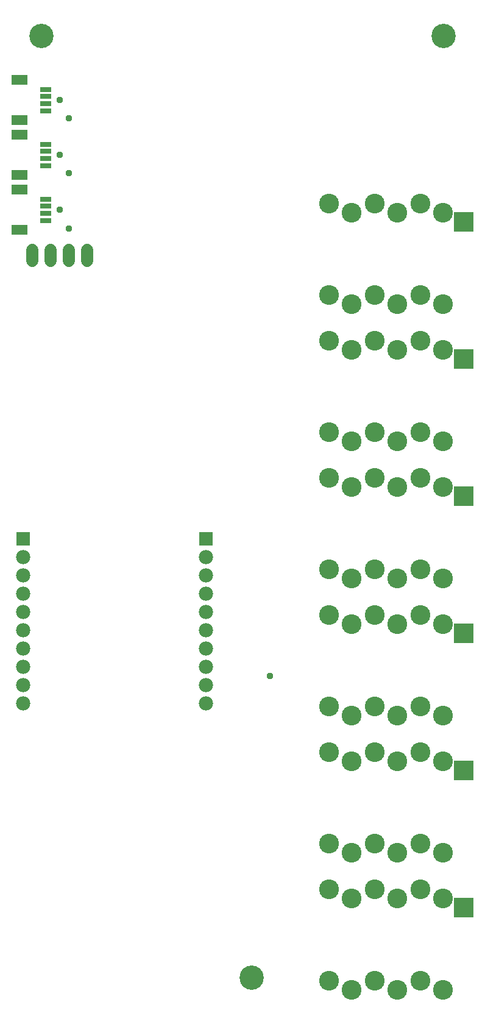
<source format=gbr>
G04 EAGLE Gerber RS-274X export*
G75*
%MOMM*%
%FSLAX34Y34*%
%LPD*%
%INSoldermask Top*%
%IPPOS*%
%AMOC8*
5,1,8,0,0,1.08239X$1,22.5*%
G01*
G04 Define Apertures*
%ADD10C,3.378200*%
%ADD11C,1.727200*%
%ADD12R,2.743200X2.743200*%
%ADD13C,2.743200*%
%ADD14R,1.981200X1.981200*%
%ADD15C,1.981200*%
%ADD16R,2.203200X1.403200*%
%ADD17R,1.553200X0.803200*%
%ADD18C,0.959600*%
D10*
X50800Y1358900D03*
X609600Y1358900D03*
X342900Y50800D03*
D11*
X38100Y1046480D02*
X38100Y1061720D01*
X63500Y1061720D02*
X63500Y1046480D01*
X88900Y1046480D02*
X88900Y1061720D01*
X114300Y1061720D02*
X114300Y1046480D01*
D12*
X637340Y148590D03*
D13*
X608638Y161290D03*
X576888Y173990D03*
X545138Y161290D03*
X513388Y173990D03*
X481638Y161290D03*
X449888Y173990D03*
X608638Y34290D03*
X576888Y46990D03*
X545138Y34290D03*
X513388Y46990D03*
X481638Y34290D03*
X449888Y46990D03*
D12*
X637340Y339090D03*
D13*
X608638Y351790D03*
X576888Y364490D03*
X545138Y351790D03*
X513388Y364490D03*
X481638Y351790D03*
X449888Y364490D03*
X608638Y224790D03*
X576888Y237490D03*
X545138Y224790D03*
X513388Y237490D03*
X481638Y224790D03*
X449888Y237490D03*
D12*
X637340Y529590D03*
D13*
X608638Y542290D03*
X576888Y554990D03*
X545138Y542290D03*
X513388Y554990D03*
X481638Y542290D03*
X449888Y554990D03*
X608638Y415290D03*
X576888Y427990D03*
X545138Y415290D03*
X513388Y427990D03*
X481638Y415290D03*
X449888Y427990D03*
D12*
X637340Y720090D03*
D13*
X608638Y732790D03*
X576888Y745490D03*
X545138Y732790D03*
X513388Y745490D03*
X481638Y732790D03*
X449888Y745490D03*
X608638Y605790D03*
X576888Y618490D03*
X545138Y605790D03*
X513388Y618490D03*
X481638Y605790D03*
X449888Y618490D03*
D12*
X637340Y910590D03*
D13*
X608638Y923290D03*
X576888Y935990D03*
X545138Y923290D03*
X513388Y935990D03*
X481638Y923290D03*
X449888Y935990D03*
X608638Y796290D03*
X576888Y808990D03*
X545138Y796290D03*
X513388Y808990D03*
X481638Y796290D03*
X449888Y808990D03*
D12*
X637340Y1101090D03*
D13*
X608638Y1113790D03*
X576888Y1126490D03*
X545138Y1113790D03*
X513388Y1126490D03*
X481638Y1113790D03*
X449888Y1126490D03*
X608638Y986790D03*
X576888Y999490D03*
X545138Y986790D03*
X513388Y999490D03*
X481638Y986790D03*
X449888Y999490D03*
D14*
X25400Y660400D03*
D15*
X25400Y635000D03*
X25400Y609600D03*
X25400Y584200D03*
X25400Y558800D03*
X25400Y533400D03*
X25400Y508000D03*
X25400Y482600D03*
X25400Y457200D03*
X25400Y431800D03*
D14*
X279400Y660400D03*
D15*
X279400Y635000D03*
X279400Y609600D03*
X279400Y584200D03*
X279400Y558800D03*
X279400Y533400D03*
X279400Y508000D03*
X279400Y482600D03*
X279400Y457200D03*
X279400Y431800D03*
D16*
X20160Y1145600D03*
X20160Y1089600D03*
D17*
X56910Y1132600D03*
X56910Y1122600D03*
X56910Y1112600D03*
X56910Y1102600D03*
D16*
X20160Y1298000D03*
X20160Y1242000D03*
D17*
X56910Y1285000D03*
X56910Y1275000D03*
X56910Y1265000D03*
X56910Y1255000D03*
D16*
X20160Y1221800D03*
X20160Y1165800D03*
D17*
X56910Y1208800D03*
X56910Y1198800D03*
X56910Y1188800D03*
X56910Y1178800D03*
D18*
X76200Y1270000D03*
X76200Y1193800D03*
X76200Y1117600D03*
X88900Y1244600D03*
X88900Y1168400D03*
X88900Y1091184D03*
X368300Y469900D03*
M02*

</source>
